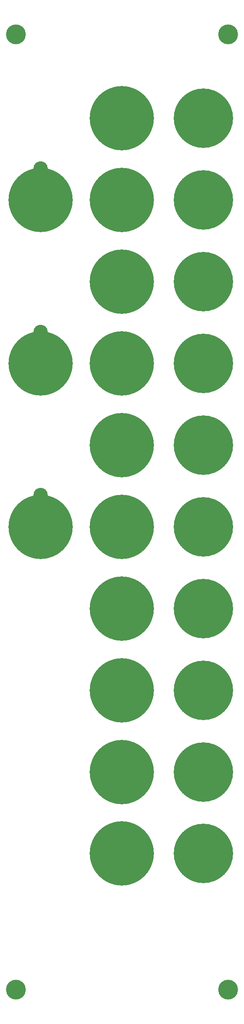
<source format=gts>
G04 #@! TF.GenerationSoftware,KiCad,Pcbnew,8.0.3*
G04 #@! TF.CreationDate,2024-06-29T21:42:12+02:00*
G04 #@! TF.ProjectId,DMH_Adapter_Mult_PANEL,444d485f-4164-4617-9074-65725f4d756c,1*
G04 #@! TF.SameCoordinates,Original*
G04 #@! TF.FileFunction,Soldermask,Top*
G04 #@! TF.FilePolarity,Negative*
%FSLAX46Y46*%
G04 Gerber Fmt 4.6, Leading zero omitted, Abs format (unit mm)*
G04 Created by KiCad (PCBNEW 8.0.3) date 2024-06-29 21:42:12*
%MOMM*%
%LPD*%
G01*
G04 APERTURE LIST*
%ADD10C,2.900000*%
%ADD11C,13.000000*%
%ADD12C,0.500000*%
%ADD13C,12.000000*%
%ADD14C,4.000000*%
G04 APERTURE END LIST*
D10*
X86500000Y-112100000D03*
D11*
X86500000Y-118500000D03*
D10*
X86500000Y-79100000D03*
D11*
X86500000Y-85500000D03*
D10*
X86500000Y-145100000D03*
D11*
X86500000Y-151500000D03*
D12*
X113800000Y-201000000D03*
X115460000Y-196970000D03*
X115470000Y-205040000D03*
X119500000Y-195300000D03*
D13*
X119500000Y-201000000D03*
D12*
X119500000Y-206700000D03*
X123530000Y-205040000D03*
X123540000Y-196970000D03*
X125200000Y-201000000D03*
D14*
X81500000Y-245000000D03*
D12*
X97300000Y-69000000D03*
X98960000Y-64970000D03*
X98970000Y-73040000D03*
X103000000Y-63300000D03*
D11*
X103000000Y-69000000D03*
D12*
X103000000Y-74700000D03*
X107030000Y-73040000D03*
X107040000Y-64970000D03*
X108700000Y-69000000D03*
X97300000Y-118500000D03*
X98960000Y-114470000D03*
X98970000Y-122540000D03*
X103000000Y-112800000D03*
D11*
X103000000Y-118500000D03*
D12*
X103000000Y-124200000D03*
X107030000Y-122540000D03*
X107040000Y-114470000D03*
X108700000Y-118500000D03*
D14*
X124500000Y-52000000D03*
D12*
X97300000Y-151500000D03*
X98960000Y-147470000D03*
X98970000Y-155540000D03*
X103000000Y-145800000D03*
D11*
X103000000Y-151500000D03*
D12*
X103000000Y-157200000D03*
X107030000Y-155540000D03*
X107040000Y-147470000D03*
X108700000Y-151500000D03*
X97300000Y-184500000D03*
X98960000Y-180470000D03*
X98970000Y-188540000D03*
X103000000Y-178800000D03*
D11*
X103000000Y-184500000D03*
D12*
X103000000Y-190200000D03*
X107030000Y-188540000D03*
X107040000Y-180470000D03*
X108700000Y-184500000D03*
X113800000Y-135000000D03*
X115460000Y-130970000D03*
X115470000Y-139040000D03*
X119500000Y-129300000D03*
D13*
X119500000Y-135000000D03*
D12*
X119500000Y-140700000D03*
X123530000Y-139040000D03*
X123540000Y-130970000D03*
X125200000Y-135000000D03*
X113800000Y-69000000D03*
X115460000Y-64970000D03*
X115470000Y-73040000D03*
X119500000Y-63300000D03*
D13*
X119500000Y-69000000D03*
D12*
X119500000Y-74700000D03*
X123530000Y-73040000D03*
X123540000Y-64970000D03*
X125200000Y-69000000D03*
X113800000Y-85500000D03*
X115460000Y-81470000D03*
X115470000Y-89540000D03*
X119500000Y-79800000D03*
D13*
X119500000Y-85500000D03*
D12*
X119500000Y-91200000D03*
X123530000Y-89540000D03*
X123540000Y-81470000D03*
X125200000Y-85500000D03*
X113800000Y-102000000D03*
X115460000Y-97970000D03*
X115470000Y-106040000D03*
X119500000Y-96300000D03*
D13*
X119500000Y-102000000D03*
D12*
X119500000Y-107700000D03*
X123530000Y-106040000D03*
X123540000Y-97970000D03*
X125200000Y-102000000D03*
X113800000Y-184500000D03*
X115460000Y-180470000D03*
X115470000Y-188540000D03*
X119500000Y-178800000D03*
D13*
X119500000Y-184500000D03*
D12*
X119500000Y-190200000D03*
X123530000Y-188540000D03*
X123540000Y-180470000D03*
X125200000Y-184500000D03*
X97300000Y-135000000D03*
X98960000Y-130970000D03*
X98970000Y-139040000D03*
X103000000Y-129300000D03*
D11*
X103000000Y-135000000D03*
D12*
X103000000Y-140700000D03*
X107030000Y-139040000D03*
X107040000Y-130970000D03*
X108700000Y-135000000D03*
X113800000Y-168000000D03*
X115460000Y-163970000D03*
X115470000Y-172040000D03*
X119500000Y-162300000D03*
D13*
X119500000Y-168000000D03*
D12*
X119500000Y-173700000D03*
X123530000Y-172040000D03*
X123540000Y-163970000D03*
X125200000Y-168000000D03*
X113800000Y-217500000D03*
X115460000Y-213470000D03*
X115470000Y-221540000D03*
X119500000Y-211800000D03*
D13*
X119500000Y-217500000D03*
D12*
X119500000Y-223200000D03*
X123530000Y-221540000D03*
X123540000Y-213470000D03*
X125200000Y-217500000D03*
X97300000Y-217500000D03*
X98960000Y-213470000D03*
X98970000Y-221540000D03*
X103000000Y-211800000D03*
D11*
X103000000Y-217500000D03*
D12*
X103000000Y-223200000D03*
X107030000Y-221540000D03*
X107040000Y-213470000D03*
X108700000Y-217500000D03*
X97300000Y-201000000D03*
X98960000Y-196970000D03*
X98970000Y-205040000D03*
X103000000Y-195300000D03*
D11*
X103000000Y-201000000D03*
D12*
X103000000Y-206700000D03*
X107030000Y-205040000D03*
X107040000Y-196970000D03*
X108700000Y-201000000D03*
X113800000Y-118500000D03*
X115460000Y-114470000D03*
X115470000Y-122540000D03*
X119500000Y-112800000D03*
D13*
X119500000Y-118500000D03*
D12*
X119500000Y-124200000D03*
X123530000Y-122540000D03*
X123540000Y-114470000D03*
X125200000Y-118500000D03*
X113800000Y-151500000D03*
X115460000Y-147470000D03*
X115470000Y-155540000D03*
X119500000Y-145800000D03*
D13*
X119500000Y-151500000D03*
D12*
X119500000Y-157200000D03*
X123530000Y-155540000D03*
X123540000Y-147470000D03*
X125200000Y-151500000D03*
X97300000Y-168000000D03*
X98960000Y-163970000D03*
X98970000Y-172040000D03*
X103000000Y-162300000D03*
D11*
X103000000Y-168000000D03*
D12*
X103000000Y-173700000D03*
X107030000Y-172040000D03*
X107040000Y-163970000D03*
X108700000Y-168000000D03*
D14*
X81500000Y-52000000D03*
X124500000Y-245000000D03*
D12*
X97300000Y-85500000D03*
X98960000Y-81470000D03*
X98970000Y-89540000D03*
X103000000Y-79800000D03*
D11*
X103000000Y-85500000D03*
D12*
X103000000Y-91200000D03*
X107030000Y-89540000D03*
X107040000Y-81470000D03*
X108700000Y-85500000D03*
X97300000Y-102000000D03*
X98960000Y-97970000D03*
X98970000Y-106040000D03*
X103000000Y-96300000D03*
D11*
X103000000Y-102000000D03*
D12*
X103000000Y-107700000D03*
X107030000Y-106040000D03*
X107040000Y-97970000D03*
X108700000Y-102000000D03*
M02*

</source>
